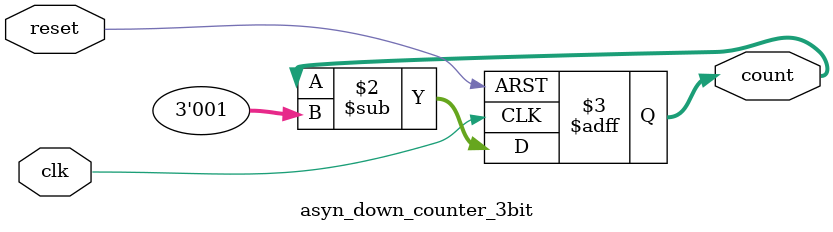
<source format=v>
module asyn_down_counter_3bit(
  input clk,
  input reset,
  output reg[2:0]count
);
  always@(posedge clk or posedge reset) begin
    if(reset)begin
      count <= 3'b111;
    end else begin
      count <= count - 3'b001;
    end
  end
endmodule

</source>
